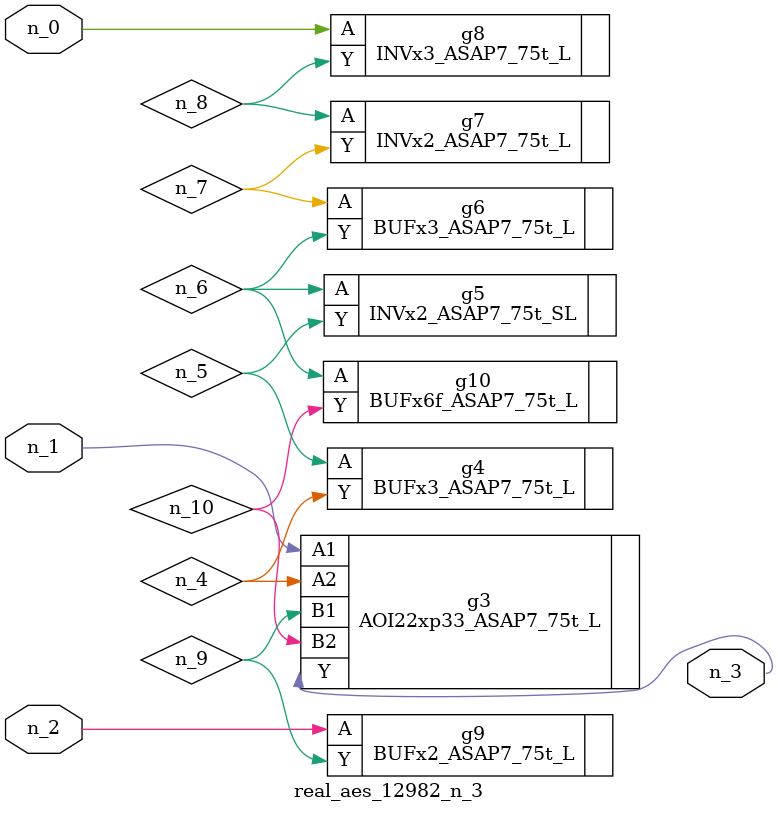
<source format=v>
module real_aes_12982_n_3 (n_0, n_2, n_1, n_3);
input n_0;
input n_2;
input n_1;
output n_3;
wire n_4;
wire n_5;
wire n_7;
wire n_9;
wire n_6;
wire n_8;
wire n_10;
INVx3_ASAP7_75t_L g8 ( .A(n_0), .Y(n_8) );
AOI22xp33_ASAP7_75t_L g3 ( .A1(n_1), .A2(n_4), .B1(n_9), .B2(n_10), .Y(n_3) );
BUFx2_ASAP7_75t_L g9 ( .A(n_2), .Y(n_9) );
BUFx3_ASAP7_75t_L g4 ( .A(n_5), .Y(n_4) );
INVx2_ASAP7_75t_SL g5 ( .A(n_6), .Y(n_5) );
BUFx6f_ASAP7_75t_L g10 ( .A(n_6), .Y(n_10) );
BUFx3_ASAP7_75t_L g6 ( .A(n_7), .Y(n_6) );
INVx2_ASAP7_75t_L g7 ( .A(n_8), .Y(n_7) );
endmodule
</source>
